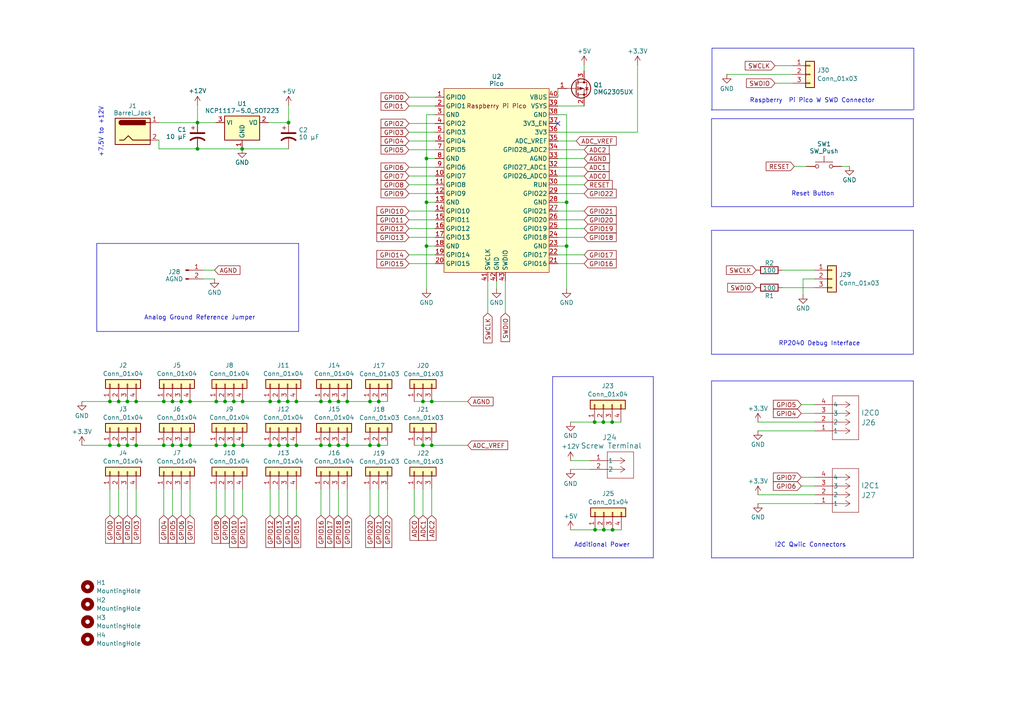
<source format=kicad_sch>
(kicad_sch (version 20231120) (generator "eeschema") (generator_version "8.0")
  (paper "A4")
  (lib_symbols
    (symbol "CONN2_1760510000_WED:1760510000" (pin_names (offset 0.254))
      (property "Reference" "J" (at 8.89 6.35 0))
      (property "Value" "1760510000" (at 0 0 0))
      (symbol "1760510000_1_1"
        (pin unspecified line (at 0 0 0) (length 5.08) (name "1") (number "1"))
        (pin unspecified line (at 0 -2.54 0) (length 5.08) (name "2") (number "2"))
      )
      (symbol "1760510000_1_2"
        (pin unspecified line (at 0 0 0) (length 5.08) (name "1") (number "1"))
        (pin unspecified line (at 0 -2.54 0) (length 5.08) (name "2") (number "2"))
      )
    )
    (symbol "Connector:Barrel_Jack" (pin_names (offset 1.016))
      (property "Reference" "J" (at 0 5.334 0))
      (property "Value" "Barrel_Jack" (at 0 -5.08 0))
      (symbol "Barrel_Jack_1_1"
        (pin passive line (at 7.62 2.54 180) (length 2.54) (name "~") (number "1"))
        (pin passive line (at 7.62 -2.54 180) (length 2.54) (name "~") (number "2"))
      )
    )
    (symbol "Connector:Conn_01x02_Pin" (pin_names (offset 1.016) hide)
      (property "Reference" "J" (at 0 2.54 0))
      (property "Value" "Conn_01x02_Pin" (at 0 -5.08 0))
      (symbol "Conn_01x02_Pin_1_1"
        (pin passive line (at 5.08 0 180) (length 3.81) (name "Pin_1") (number "1"))
        (pin passive line (at 5.08 -2.54 180) (length 3.81) (name "Pin_2") (number "2"))
      )
    )
    (symbol "Connector_Generic:Conn_01x03" (pin_names (offset 1.016) hide)
      (property "Reference" "J" (at 0 5.08 0))
      (property "Value" "Conn_01x03" (at 0 -5.08 0))
      (symbol "Conn_01x03_1_1"
        (pin passive line (at -5.08 2.54 0) (length 3.81) (name "Pin_1") (number "1"))
        (pin passive line (at -5.08 0 0) (length 3.81) (name "Pin_2") (number "2"))
        (pin passive line (at -5.08 -2.54 0) (length 3.81) (name "Pin_3") (number "3"))
      )
    )
    (symbol "Connector_Generic:Conn_01x04" (pin_names (offset 1.016) hide)
      (property "Reference" "J" (at 0 5.08 0))
      (property "Value" "Conn_01x04" (at 0 -7.62 0))
      (symbol "Conn_01x04_1_1"
        (pin passive line (at -5.08 2.54 0) (length 3.81) (name "Pin_1") (number "1"))
        (pin passive line (at -5.08 0 0) (length 3.81) (name "Pin_2") (number "2"))
        (pin passive line (at -5.08 -2.54 0) (length 3.81) (name "Pin_3") (number "3"))
        (pin passive line (at -5.08 -5.08 0) (length 3.81) (name "Pin_4") (number "4"))
      )
    )
    (symbol "Device:C_Polarized_US" (pin_numbers hide) (pin_names (offset 0.254) hide)
      (property "Reference" "C" (at 0.635 2.54 0))
      (property "Value" "C_Polarized_US" (at 0.635 -2.54 0))
      (symbol "C_Polarized_US_1_1"
        (pin passive line (at 0 3.81 270) (length 2.794) (name "~") (number "1"))
        (pin passive line (at 0 -3.81 90) (length 3.302) (name "~") (number "2"))
      )
    )
    (symbol "Device:R" (pin_numbers hide) (pin_names (offset 0))
      (property "Reference" "R" (at 2.032 0 90))
      (property "Value" "R" (at 0 0 90))
      (symbol "R_1_1"
        (pin passive line (at 0 3.81 270) (length 1.27) (name "~") (number "1"))
        (pin passive line (at 0 -3.81 90) (length 1.27) (name "~") (number "2"))
      )
    )
    (symbol "GND_1" (power) (pin_numbers hide) (pin_names (offset 0) hide)
      (property "Value" "GND" (at 0 -3.81 0))
      (symbol "GND_1_1_1"
        (pin power_in line (at 0 0 270) (length 0) (name "~") (number "1"))
      )
    )
    (symbol "MCU_RaspberryPi_and_Boards:Pico"
      (property "Reference" "U" (at -13.97 27.94 0))
      (property "Value" "Pico" (at 0 19.05 0))
      (symbol "Pico_0_0"
        (text "Raspberry Pi Pico" (at 0 21.59 0) (effects (font (size 1.27 1.27))))
      )
      (symbol "Pico_1_1"
        (pin bidirectional line (at -17.78 24.13 0) (length 2.54) (name "GPIO0") (number "1"))
        (pin bidirectional line (at -17.78 1.27 0) (length 2.54) (name "GPIO7") (number "10"))
        (pin bidirectional line (at -17.78 -1.27 0) (length 2.54) (name "GPIO8") (number "11"))
        (pin bidirectional line (at -17.78 -3.81 0) (length 2.54) (name "GPIO9") (number "12"))
        (pin power_in line (at -17.78 -6.35 0) (length 2.54) (name "GND") (number "13"))
        (pin bidirectional line (at -17.78 -8.89 0) (length 2.54) (name "GPIO10") (number "14"))
        (pin bidirectional line (at -17.78 -11.43 0) (length 2.54) (name "GPIO11") (number "15"))
        (pin bidirectional line (at -17.78 -13.97 0) (length 2.54) (name "GPIO12") (number "16"))
        (pin bidirectional line (at -17.78 -16.51 0) (length 2.54) (name "GPIO13") (number "17"))
        (pin power_in line (at -17.78 -19.05 0) (length 2.54) (name "GND") (number "18"))
        (pin bidirectional line (at -17.78 -21.59 0) (length 2.54) (name "GPIO14") (number "19"))
        (pin bidirectional line (at -17.78 21.59 0) (length 2.54) (name "GPIO1") (number "2"))
        (pin bidirectional line (at -17.78 -24.13 0) (length 2.54) (name "GPIO15") (number "20"))
        (pin bidirectional line (at 17.78 -24.13 180) (length 2.54) (name "GPIO16") (number "21"))
        (pin bidirectional line (at 17.78 -21.59 180) (length 2.54) (name "GPIO17") (number "22"))
        (pin power_in line (at 17.78 -19.05 180) (length 2.54) (name "GND") (number "23"))
        (pin bidirectional line (at 17.78 -16.51 180) (length 2.54) (name "GPIO18") (number "24"))
        (pin bidirectional line (at 17.78 -13.97 180) (length 2.54) (name "GPIO19") (number "25"))
        (pin bidirectional line (at 17.78 -11.43 180) (length 2.54) (name "GPIO20") (number "26"))
        (pin bidirectional line (at 17.78 -8.89 180) (length 2.54) (name "GPIO21") (number "27"))
        (pin power_in line (at 17.78 -6.35 180) (length 2.54) (name "GND") (number "28"))
        (pin bidirectional line (at 17.78 -3.81 180) (length 2.54) (name "GPIO22") (number "29"))
        (pin power_in line (at -17.78 19.05 0) (length 2.54) (name "GND") (number "3"))
        (pin input line (at 17.78 -1.27 180) (length 2.54) (name "RUN") (number "30"))
        (pin bidirectional line (at 17.78 1.27 180) (length 2.54) (name "GPIO26_ADC0") (number "31"))
        (pin bidirectional line (at 17.78 3.81 180) (length 2.54) (name "GPIO27_ADC1") (number "32"))
        (pin power_in line (at 17.78 6.35 180) (length 2.54) (name "AGND") (number "33"))
        (pin bidirectional line (at 17.78 8.89 180) (length 2.54) (name "GPIO28_ADC2") (number "34"))
        (pin power_in line (at 17.78 11.43 180) (length 2.54) (name "ADC_VREF") (number "35"))
        (pin power_in line (at 17.78 13.97 180) (length 2.54) (name "3V3") (number "36"))
        (pin input line (at 17.78 16.51 180) (length 2.54) (name "3V3_EN") (number "37"))
        (pin bidirectional line (at 17.78 19.05 180) (length 2.54) (name "GND") (number "38"))
        (pin power_in line (at 17.78 21.59 180) (length 2.54) (name "VSYS") (number "39"))
        (pin bidirectional line (at -17.78 16.51 0) (length 2.54) (name "GPIO2") (number "4"))
        (pin power_in line (at 17.78 24.13 180) (length 2.54) (name "VBUS") (number "40"))
        (pin input line (at -2.54 -29.21 90) (length 2.54) (name "SWCLK") (number "41"))
        (pin power_in line (at 0 -29.21 90) (length 2.54) (name "GND") (number "42"))
        (pin bidirectional line (at 2.54 -29.21 90) (length 2.54) (name "SWDIO") (number "43"))
        (pin bidirectional line (at -17.78 13.97 0) (length 2.54) (name "GPIO3") (number "5"))
        (pin bidirectional line (at -17.78 11.43 0) (length 2.54) (name "GPIO4") (number "6"))
        (pin bidirectional line (at -17.78 8.89 0) (length 2.54) (name "GPIO5") (number "7"))
        (pin power_in line (at -17.78 6.35 0) (length 2.54) (name "GND") (number "8"))
        (pin bidirectional line (at -17.78 3.81 0) (length 2.54) (name "GPIO6") (number "9"))
      )
    )
    (symbol "Mechanical:MountingHole" (pin_names (offset 1.016))
      (property "Reference" "H" (at 0 5.08 0))
      (property "Value" "MountingHole" (at 0 3.175 0))
    )
    (symbol "Regulator_Linear:NCP1117-5.0_SOT223"
      (property "Reference" "U" (at -3.81 3.175 0))
      (property "Value" "NCP1117-5.0_SOT223" (at 0 3.175 0))
      (symbol "NCP1117-5.0_SOT223_1_1"
        (pin power_in line (at 0 -7.62 90) (length 2.54) (name "GND") (number "1"))
        (pin power_out line (at 7.62 0 180) (length 2.54) (name "VO") (number "2"))
        (pin power_in line (at -7.62 0 0) (length 2.54) (name "VI") (number "3"))
      )
    )
    (symbol "SM04B-SRSS-TB:SM04B-SRSS-TB" (pin_names (offset 0.254))
      (property "Reference" "J" (at 8.89 6.35 0))
      (property "Value" "SM04B-SRSS-TB" (at 0 0 0))
      (symbol "SM04B-SRSS-TB_1_1"
        (pin unspecified line (at 0 0 0) (length 5.08) (name "1") (number "1"))
        (pin unspecified line (at 0 -2.54 0) (length 5.08) (name "2") (number "2"))
        (pin unspecified line (at 0 -5.08 0) (length 5.08) (name "3") (number "3"))
        (pin unspecified line (at 0 -7.62 0) (length 5.08) (name "4") (number "4"))
      )
      (symbol "SM04B-SRSS-TB_1_2"
        (pin unspecified line (at 0 0 0) (length 5.08) (name "1") (number "1"))
        (pin unspecified line (at 0 -2.54 0) (length 5.08) (name "2") (number "2"))
        (pin unspecified line (at 0 -5.08 0) (length 5.08) (name "3") (number "3"))
        (pin unspecified line (at 0 -7.62 0) (length 5.08) (name "4") (number "4"))
      )
    )
    (symbol "Switch:SW_Push" (pin_numbers hide) (pin_names (offset 1.016) hide)
      (property "Reference" "SW" (at 1.27 2.54 0))
      (property "Value" "SW_Push" (at 0 -1.524 0))
      (symbol "SW_Push_0_1"
        (pin passive line (at -5.08 0 0) (length 2.54) (name "1") (number "1"))
        (pin passive line (at 5.08 0 180) (length 2.54) (name "2") (number "2"))
      )
    )
    (symbol "Transistor_FET:DMG2301L" (pin_names hide)
      (property "Reference" "Q" (at 5.08 1.905 0))
      (property "Value" "DMG2301L" (at 5.08 0 0))
      (symbol "DMG2301L_1_1"
        (pin input line (at -5.08 0 0) (length 2.54) (name "G") (number "1"))
        (pin passive line (at 2.54 -5.08 90) (length 2.54) (name "S") (number "2"))
        (pin passive line (at 2.54 5.08 270) (length 2.54) (name "D") (number "3"))
      )
    )
    (symbol "power:+12V" (power) (pin_names (offset 0))
      (property "Value" "+12V" (at 0 3.556 0))
      (symbol "+12V_1_1"
        (pin power_in line (at 0 0 90) (length 0) hide (name "+12V") (number "1"))
      )
    )
    (symbol "power:+3.3V" (power) (pin_names (offset 0))
      (property "Value" "+3.3V" (at 0 3.556 0))
      (symbol "+3.3V_1_1"
        (pin power_in line (at 0 0 90) (length 0) hide (name "+3.3V") (number "1"))
      )
    )
    (symbol "power:+5V" (power) (pin_names (offset 0))
      (property "Value" "+5V" (at 0 3.556 0))
      (symbol "+5V_1_1"
        (pin power_in line (at 0 0 90) (length 0) hide (name "+5V") (number "1"))
      )
    )
    (symbol "power:GND" (power) (pin_names (offset 0))
      (property "Value" "GND" (at 0 -3.81 0))
      (symbol "GND_1_1"
        (pin power_in line (at 0 0 270) (length 0) hide (name "GND") (number "1"))
      )
    )
  )
  (junction (at 123.698 45.974))
  (junction (at 98.171 116.459))
  (junction (at 83.439 116.459))
  (junction (at 50.038 129.159))
  (junction (at 93.091 116.459))
  (junction (at 31.877 129.159))
  (junction (at 109.855 129.159))
  (junction (at 164.338 71.374))
  (junction (at 55.118 129.159))
  (junction (at 100.711 116.459))
  (junction (at 109.855 116.459))
  (junction (at 175.006 122.428))
  (junction (at 172.593 153.67))
  (junction (at 39.497 129.159))
  (junction (at 67.818 129.159))
  (junction (at 67.818 116.459))
  (junction (at 125.222 116.459))
  (junction (at 83.693 35.56))
  (junction (at 107.315 116.459))
  (junction (at 107.315 129.159))
  (junction (at 50.038 116.459))
  (junction (at 65.278 116.459))
  (junction (at 172.466 122.428))
  (junction (at 93.091 129.159))
  (junction (at 78.359 116.459))
  (junction (at 70.358 129.159))
  (junction (at 95.631 129.159))
  (junction (at 83.439 129.159))
  (junction (at 34.417 116.459))
  (junction (at 122.682 129.159))
  (junction (at 62.738 129.159))
  (junction (at 100.711 129.159))
  (junction (at 36.957 129.159))
  (junction (at 34.417 129.159))
  (junction (at 78.359 129.159))
  (junction (at 70.358 116.459))
  (junction (at 39.497 116.459))
  (junction (at 175.133 153.67))
  (junction (at 36.957 116.459))
  (junction (at 52.578 129.159))
  (junction (at 80.899 116.459))
  (junction (at 85.979 129.159))
  (junction (at 47.498 129.159))
  (junction (at 177.673 153.67))
  (junction (at 31.877 116.459))
  (junction (at 70.231 43.18))
  (junction (at 80.899 129.159))
  (junction (at 57.277 43.18))
  (junction (at 177.546 122.428))
  (junction (at 98.171 129.159))
  (junction (at 85.979 116.459))
  (junction (at 52.578 116.459))
  (junction (at 57.277 35.56))
  (junction (at 95.631 116.459))
  (junction (at 164.338 58.674))
  (junction (at 125.222 129.159))
  (junction (at 62.738 116.459))
  (junction (at 55.118 116.459))
  (junction (at 123.698 58.674))
  (junction (at 65.278 129.159))
  (junction (at 123.698 71.374))
  (junction (at 47.498 116.459))
  (junction (at 122.682 116.459))
  (no_connect (at 161.798 35.814))
  (wire (pts (xy 93.091 129.159) (xy 95.631 129.159)))
  (wire (pts (xy 78.359 116.459) (xy 80.899 116.459)))
  (wire (pts (xy 125.222 129.159) (xy 135.636 129.159)))
  (polyline (pts (xy 160.274 161.798) (xy 189.484 161.798)))
  (wire (pts (xy 169.418 48.514) (xy 161.798 48.514)))
  (wire (pts (xy 70.358 129.159) (xy 78.359 129.159)))
  (wire (pts (xy 65.278 116.459) (xy 67.818 116.459)))
  (wire (pts (xy 169.418 63.754) (xy 161.798 63.754)))
  (wire (pts (xy 67.818 129.159) (xy 70.358 129.159)))
  (wire (pts (xy 165.481 153.67) (xy 172.593 153.67)))
  (wire (pts (xy 169.418 68.834) (xy 161.798 68.834)))
  (wire (pts (xy 165.481 133.604) (xy 171.069 133.604)))
  (wire (pts (xy 232.41 119.888) (xy 236.347 119.888)))
  (wire (pts (xy 169.418 76.454) (xy 161.798 76.454)))
  (wire (pts (xy 161.798 71.374) (xy 164.338 71.374)))
  (wire (pts (xy 98.171 129.159) (xy 100.711 129.159)))
  (wire (pts (xy 80.899 129.159) (xy 83.439 129.159)))
  (wire (pts (xy 118.618 51.054) (xy 126.238 51.054)))
  (wire (pts (xy 55.118 149.479) (xy 55.118 141.859)))
  (wire (pts (xy 123.698 45.974) (xy 123.698 58.674)))
  (wire (pts (xy 95.631 116.459) (xy 98.171 116.459)))
  (wire (pts (xy 118.618 73.914) (xy 126.238 73.914)))
  (wire (pts (xy 118.618 35.814) (xy 126.238 35.814)))
  (wire (pts (xy 36.957 116.459) (xy 39.497 116.459)))
  (wire (pts (xy 118.618 40.894) (xy 126.238 40.894)))
  (wire (pts (xy 23.749 129.159) (xy 31.877 129.159)))
  (wire (pts (xy 161.798 33.274) (xy 164.338 33.274)))
  (wire (pts (xy 219.837 146.05) (xy 236.347 146.05)))
  (polyline (pts (xy 265.049 31.877) (xy 265.049 13.97)))
  (wire (pts (xy 107.315 129.159) (xy 109.855 129.159)))
  (wire (pts (xy 118.618 56.134) (xy 126.238 56.134)))
  (wire (pts (xy 169.418 73.914) (xy 161.798 73.914)))
  (wire (pts (xy 126.238 71.374) (xy 123.698 71.374)))
  (wire (pts (xy 57.277 43.18) (xy 70.231 43.18)))
  (polyline (pts (xy 206.502 13.97) (xy 265.049 13.97)))
  (wire (pts (xy 83.693 30.48) (xy 83.693 35.56)))
  (wire (pts (xy 169.418 18.796) (xy 169.418 20.574)))
  (wire (pts (xy 224.79 19.05) (xy 229.87 19.05)))
  (wire (pts (xy 232.918 80.899) (xy 232.918 85.471)))
  (wire (pts (xy 62.738 149.479) (xy 62.738 141.859)))
  (wire (pts (xy 52.578 129.159) (xy 55.118 129.159)))
  (wire (pts (xy 109.855 149.479) (xy 109.855 141.859)))
  (wire (pts (xy 118.618 53.594) (xy 126.238 53.594)))
  (wire (pts (xy 210.82 21.59) (xy 229.87 21.59)))
  (polyline (pts (xy 160.274 109.22) (xy 160.274 161.798)))
  (wire (pts (xy 55.118 116.459) (xy 62.738 116.459)))
  (polyline (pts (xy 160.274 109.22) (xy 189.484 109.22)))
  (wire (pts (xy 118.618 68.834) (xy 126.238 68.834)))
  (wire (pts (xy 219.837 143.51) (xy 236.347 143.51)))
  (wire (pts (xy 118.618 63.754) (xy 126.238 63.754)))
  (wire (pts (xy 85.979 149.479) (xy 85.979 141.859)))
  (wire (pts (xy 58.928 80.899) (xy 62.23 80.899)))
  (wire (pts (xy 70.358 149.479) (xy 70.358 141.859)))
  (wire (pts (xy 125.222 149.479) (xy 125.222 141.859)))
  (wire (pts (xy 161.798 58.674) (xy 164.338 58.674)))
  (wire (pts (xy 175.133 153.67) (xy 177.673 153.67)))
  (wire (pts (xy 70.231 43.18) (xy 83.693 43.18)))
  (wire (pts (xy 118.618 28.194) (xy 126.238 28.194)))
  (wire (pts (xy 161.798 30.734) (xy 169.418 30.734)))
  (wire (pts (xy 31.877 116.459) (xy 34.417 116.459)))
  (wire (pts (xy 219.837 124.968) (xy 236.347 124.968)))
  (wire (pts (xy 109.855 116.459) (xy 112.395 116.459)))
  (wire (pts (xy 184.912 18.796) (xy 184.912 38.354)))
  (wire (pts (xy 52.578 116.459) (xy 55.118 116.459)))
  (wire (pts (xy 107.315 116.459) (xy 109.855 116.459)))
  (wire (pts (xy 62.738 116.459) (xy 65.278 116.459)))
  (wire (pts (xy 98.171 116.459) (xy 100.711 116.459)))
  (polyline (pts (xy 206.375 66.802) (xy 206.375 102.743)))
  (wire (pts (xy 146.558 81.534) (xy 146.558 90.805)))
  (wire (pts (xy 70.358 116.459) (xy 78.359 116.459)))
  (wire (pts (xy 123.698 71.374) (xy 123.698 83.82)))
  (wire (pts (xy 98.171 149.479) (xy 98.171 141.859)))
  (wire (pts (xy 109.855 129.159) (xy 112.395 129.159)))
  (wire (pts (xy 144.018 81.534) (xy 144.018 83.82)))
  (polyline (pts (xy 206.375 59.944) (xy 264.922 59.944)))
  (polyline (pts (xy 189.484 161.798) (xy 189.484 109.22)))
  (wire (pts (xy 65.278 129.159) (xy 67.818 129.159)))
  (wire (pts (xy 47.498 116.459) (xy 50.038 116.459)))
  (wire (pts (xy 58.928 78.359) (xy 62.23 78.359)))
  (wire (pts (xy 118.618 66.294) (xy 126.238 66.294)))
  (wire (pts (xy 50.038 129.159) (xy 52.578 129.159)))
  (wire (pts (xy 164.338 71.374) (xy 164.338 83.82)))
  (wire (pts (xy 39.497 116.459) (xy 47.498 116.459)))
  (wire (pts (xy 123.698 45.974) (xy 126.238 45.974)))
  (polyline (pts (xy 206.375 110.49) (xy 264.922 110.49)))
  (wire (pts (xy 161.798 53.594) (xy 169.418 53.594)))
  (wire (pts (xy 118.618 61.214) (xy 126.238 61.214)))
  (wire (pts (xy 236.22 83.439) (xy 226.949 83.439)))
  (wire (pts (xy 177.673 153.67) (xy 180.213 153.67)))
  (wire (pts (xy 34.417 149.479) (xy 34.417 141.859)))
  (wire (pts (xy 236.22 78.359) (xy 226.949 78.359)))
  (wire (pts (xy 120.142 116.459) (xy 122.682 116.459)))
  (wire (pts (xy 50.038 149.479) (xy 50.038 141.859)))
  (wire (pts (xy 78.359 149.479) (xy 78.359 141.859)))
  (wire (pts (xy 55.118 129.159) (xy 62.738 129.159)))
  (wire (pts (xy 165.481 122.428) (xy 172.466 122.428)))
  (wire (pts (xy 122.682 129.159) (xy 125.222 129.159)))
  (polyline (pts (xy 264.922 59.944) (xy 264.922 34.417)))
  (wire (pts (xy 57.277 43.18) (xy 46.101 43.18)))
  (wire (pts (xy 36.957 129.159) (xy 39.497 129.159)))
  (wire (pts (xy 47.498 129.159) (xy 50.038 129.159)))
  (wire (pts (xy 118.618 43.434) (xy 126.238 43.434)))
  (wire (pts (xy 232.918 80.899) (xy 236.22 80.899)))
  (wire (pts (xy 34.417 116.459) (xy 36.957 116.459)))
  (polyline (pts (xy 264.922 161.798) (xy 264.922 110.49)))
  (wire (pts (xy 112.395 149.479) (xy 112.395 141.859)))
  (wire (pts (xy 125.222 116.459) (xy 135.636 116.459)))
  (wire (pts (xy 57.277 35.56) (xy 62.611 35.56)))
  (wire (pts (xy 77.851 35.56) (xy 83.693 35.56)))
  (wire (pts (xy 175.006 122.428) (xy 177.546 122.428)))
  (wire (pts (xy 23.749 116.459) (xy 31.877 116.459)))
  (wire (pts (xy 100.711 149.479) (xy 100.711 141.859)))
  (wire (pts (xy 169.418 43.434) (xy 161.798 43.434)))
  (wire (pts (xy 47.498 149.479) (xy 47.498 141.859)))
  (wire (pts (xy 65.278 149.479) (xy 65.278 141.859)))
  (wire (pts (xy 169.418 56.134) (xy 161.798 56.134)))
  (polyline (pts (xy 28.067 70.612) (xy 28.067 96.139)))
  (wire (pts (xy 177.546 122.428) (xy 180.086 122.428)))
  (wire (pts (xy 161.798 25.654) (xy 161.798 28.194)))
  (wire (pts (xy 122.682 116.459) (xy 125.222 116.459)))
  (wire (pts (xy 232.41 138.43) (xy 236.347 138.43)))
  (polyline (pts (xy 206.248 31.877) (xy 264.795 31.877)))
  (wire (pts (xy 118.618 30.734) (xy 126.238 30.734)))
  (wire (pts (xy 164.338 58.674) (xy 164.338 71.374)))
  (wire (pts (xy 85.979 129.159) (xy 93.091 129.159)))
  (wire (pts (xy 31.877 129.159) (xy 34.417 129.159)))
  (wire (pts (xy 85.979 116.459) (xy 93.091 116.459)))
  (wire (pts (xy 219.837 122.428) (xy 236.347 122.428)))
  (wire (pts (xy 120.142 129.159) (xy 122.682 129.159)))
  (wire (pts (xy 122.682 149.479) (xy 122.682 141.859)))
  (wire (pts (xy 83.439 149.479) (xy 83.439 141.859)))
  (wire (pts (xy 141.478 81.534) (xy 141.478 90.805)))
  (wire (pts (xy 34.417 129.159) (xy 36.957 129.159)))
  (wire (pts (xy 165.481 136.144) (xy 171.069 136.144)))
  (wire (pts (xy 161.798 45.974) (xy 169.418 45.974)))
  (wire (pts (xy 232.41 117.348) (xy 236.347 117.348)))
  (polyline (pts (xy 206.502 13.97) (xy 206.502 31.877)))
  (wire (pts (xy 31.877 149.479) (xy 31.877 141.859)))
  (wire (pts (xy 67.818 149.479) (xy 67.818 141.859)))
  (wire (pts (xy 36.957 149.479) (xy 36.957 141.859)))
  (polyline (pts (xy 28.067 96.139) (xy 86.614 96.139)))
  (wire (pts (xy 62.738 129.159) (xy 65.278 129.159)))
  (wire (pts (xy 172.466 122.428) (xy 175.006 122.428)))
  (wire (pts (xy 52.578 149.479) (xy 52.578 141.859)))
  (wire (pts (xy 118.618 48.514) (xy 126.238 48.514)))
  (wire (pts (xy 123.698 33.274) (xy 123.698 45.974)))
  (wire (pts (xy 46.101 35.56) (xy 57.277 35.56)))
  (wire (pts (xy 120.142 149.479) (xy 120.142 141.859)))
  (wire (pts (xy 67.818 116.459) (xy 70.358 116.459)))
  (wire (pts (xy 172.593 153.67) (xy 175.133 153.67)))
  (wire (pts (xy 80.899 149.479) (xy 80.899 141.859)))
  (wire (pts (xy 107.315 149.479) (xy 107.315 141.859)))
  (wire (pts (xy 80.899 116.459) (xy 83.439 116.459)))
  (wire (pts (xy 100.711 116.459) (xy 107.315 116.459)))
  (polyline (pts (xy 206.375 110.49) (xy 206.375 161.798)))
  (wire (pts (xy 39.497 149.479) (xy 39.497 141.859)))
  (wire (pts (xy 118.618 38.354) (xy 126.238 38.354)))
  (polyline (pts (xy 206.375 34.417) (xy 206.375 59.944)))
  (wire (pts (xy 169.418 66.294) (xy 161.798 66.294)))
  (wire (pts (xy 83.439 116.459) (xy 85.979 116.459)))
  (wire (pts (xy 118.618 76.454) (xy 126.238 76.454)))
  (wire (pts (xy 100.711 129.159) (xy 107.315 129.159)))
  (wire (pts (xy 95.631 129.159) (xy 98.171 129.159)))
  (wire (pts (xy 46.101 43.18) (xy 46.101 40.64)))
  (wire (pts (xy 95.631 149.479) (xy 95.631 141.859)))
  (polyline (pts (xy 206.375 34.417) (xy 264.922 34.417)))
  (wire (pts (xy 164.338 33.274) (xy 164.338 58.674)))
  (wire (pts (xy 244.094 48.26) (xy 246.38 48.26)))
  (polyline (pts (xy 206.375 102.743) (xy 264.922 102.743)))
  (wire (pts (xy 169.418 61.214) (xy 161.798 61.214)))
  (wire (pts (xy 161.798 38.354) (xy 184.912 38.354)))
  (wire (pts (xy 57.277 30.48) (xy 57.277 35.56)))
  (wire (pts (xy 78.359 129.159) (xy 80.899 129.159)))
  (wire (pts (xy 126.238 58.674) (xy 123.698 58.674)))
  (polyline (pts (xy 264.922 102.743) (xy 264.922 66.802)))
  (wire (pts (xy 232.41 140.97) (xy 236.347 140.97)))
  (polyline (pts (xy 206.375 161.798) (xy 264.922 161.798)))
  (wire (pts (xy 161.798 40.894) (xy 167.132 40.894)))
  (wire (pts (xy 50.038 116.459) (xy 52.578 116.459)))
  (wire (pts (xy 123.698 58.674) (xy 123.698 71.374)))
  (wire (pts (xy 224.79 24.13) (xy 229.87 24.13)))
  (wire (pts (xy 83.439 129.159) (xy 85.979 129.159)))
  (wire (pts (xy 169.418 51.054) (xy 161.798 51.054)))
  (polyline (pts (xy 86.614 96.139) (xy 86.614 70.612)))
  (polyline (pts (xy 206.375 66.802) (xy 264.922 66.802)))
  (wire (pts (xy 230.378 48.26) (xy 233.934 48.26)))
  (polyline (pts (xy 28.067 70.612) (xy 86.614 70.612)))
  (wire (pts (xy 126.238 33.274) (xy 123.698 33.274)))
  (wire (pts (xy 93.091 149.479) (xy 93.091 141.859)))
  (wire (pts (xy 93.091 116.459) (xy 95.631 116.459)))
  (wire (pts (xy 39.497 129.159) (xy 47.498 129.159)))
  (text "I2C Qwiic Connectors" (at 224.663 158.877 0) (effects (font (size 1.27 1.27)) (justify left bottom)))
  (text "Reset Button" (at 229.489 57.023 0) (effects (font (size 1.27 1.27)) (justify left bottom)))
  (text "Additional Power" (at 166.497 158.877 0) (effects (font (size 1.27 1.27)) (justify left bottom)))
  (text "+7.5V to +12V" (at 30.099 45.72 90) (effects (font (size 1.27 1.27)) (justify left bottom)))
  (text "RP2040 Debug Interface" (at 225.806 100.457 0) (effects (font (size 1.27 1.27)) (justify left bottom)))
  (text "Analog Ground Reference Jumper" (at 41.783 92.964 0) (effects (font (size 1.27 1.27)) (justify left bottom)))
  (text "Raspberry  Pi Pico W SWD Connector" (at 217.424 29.972 0) (effects (font (size 1.27 1.27)) (justify left bottom)))
  (global_label "GPIO0" (shape input) (at 31.877 149.479 270) (property "Intersheetrefs" "${INTERSHEET_REFS}" (effects (hide yes))))
  (global_label "GPIO5" (shape input) (at 50.038 149.479 270) (property "Intersheetrefs" "${INTERSHEET_REFS}" (effects (hide yes))))
  (global_label "GPIO13" (shape input) (at 118.618 68.834 180) (property "Intersheetrefs" "${INTERSHEET_REFS}" (effects (hide yes))))
  (global_label "AGND" (shape input) (at 135.636 116.459 0) (property "Intersheetrefs" "${INTERSHEET_REFS}" (effects (hide yes))))
  (global_label "GPIO8" (shape input) (at 62.738 149.479 270) (property "Intersheetrefs" "${INTERSHEET_REFS}" (effects (hide yes))))
  (global_label "GPIO14" (shape input) (at 118.618 73.914 180) (property "Intersheetrefs" "${INTERSHEET_REFS}" (effects (hide yes))))
  (global_label "ADC1" (shape input) (at 122.682 149.479 270) (property "Intersheetrefs" "${INTERSHEET_REFS}" (effects (hide yes))))
  (global_label "GPIO15" (shape input) (at 118.618 76.454 180) (property "Intersheetrefs" "${INTERSHEET_REFS}" (effects (hide yes))))
  (global_label "SWCLK" (shape input) (at 141.478 90.805 270) (property "Intersheetrefs" "${INTERSHEET_REFS}" (effects (hide yes))))
  (global_label "GPIO6" (shape input) (at 232.41 140.97 180) (property "Intersheetrefs" "${INTERSHEET_REFS}" (effects (hide yes))))
  (global_label "SWDIO" (shape input) (at 224.79 24.13 180) (property "Intersheetrefs" "${INTERSHEET_REFS}" (effects (hide yes))))
  (global_label "GPIO2" (shape input) (at 118.618 35.814 180) (property "Intersheetrefs" "${INTERSHEET_REFS}" (effects (hide yes))))
  (global_label "GPIO19" (shape input) (at 100.711 149.479 270) (property "Intersheetrefs" "${INTERSHEET_REFS}" (effects (hide yes))))
  (global_label "GPIO17" (shape input) (at 95.631 149.479 270) (property "Intersheetrefs" "${INTERSHEET_REFS}" (effects (hide yes))))
  (global_label "GPIO5" (shape input) (at 118.618 43.434 180) (property "Intersheetrefs" "${INTERSHEET_REFS}" (effects (hide yes))))
  (global_label "ADC0" (shape input) (at 120.142 149.479 270) (property "Intersheetrefs" "${INTERSHEET_REFS}" (effects (hide yes))))
  (global_label "ADC_VREF" (shape input) (at 167.132 40.894 0) (property "Intersheetrefs" "${INTERSHEET_REFS}" (effects (hide yes))))
  (global_label "ADC_VREF" (shape input) (at 135.636 129.159 0) (property "Intersheetrefs" "${INTERSHEET_REFS}" (effects (hide yes))))
  (global_label "SWDIO" (shape input) (at 219.329 83.439 180) (property "Intersheetrefs" "${INTERSHEET_REFS}" (effects (hide yes))))
  (global_label "GPIO3" (shape input) (at 39.497 149.479 270) (property "Intersheetrefs" "${INTERSHEET_REFS}" (effects (hide yes))))
  (global_label "GPIO15" (shape input) (at 85.979 149.479 270) (property "Intersheetrefs" "${INTERSHEET_REFS}" (effects (hide yes))))
  (global_label "GPIO9" (shape input) (at 118.618 56.134 180) (property "Intersheetrefs" "${INTERSHEET_REFS}" (effects (hide yes))))
  (global_label "GPIO10" (shape input) (at 67.818 149.479 270) (property "Intersheetrefs" "${INTERSHEET_REFS}" (effects (hide yes))))
  (global_label "GPIO4" (shape input) (at 118.618 40.894 180) (property "Intersheetrefs" "${INTERSHEET_REFS}" (effects (hide yes))))
  (global_label "ADC2" (shape input) (at 125.222 149.479 270) (property "Intersheetrefs" "${INTERSHEET_REFS}" (effects (hide yes))))
  (global_label "GPIO22" (shape input) (at 169.418 56.134 0) (property "Intersheetrefs" "${INTERSHEET_REFS}" (effects (hide yes))))
  (global_label "ADC1" (shape input) (at 169.418 48.514 0) (property "Intersheetrefs" "${INTERSHEET_REFS}" (effects (hide yes))))
  (global_label "GPIO18" (shape input) (at 169.418 68.834 0) (property "Intersheetrefs" "${INTERSHEET_REFS}" (effects (hide yes))))
  (global_label "GPIO1" (shape input) (at 118.618 30.734 180) (property "Intersheetrefs" "${INTERSHEET_REFS}" (effects (hide yes))))
  (global_label "SWCLK" (shape input) (at 224.79 19.05 180) (property "Intersheetrefs" "${INTERSHEET_REFS}" (effects (hide yes))))
  (global_label "GPIO9" (shape input) (at 65.278 149.479 270) (property "Intersheetrefs" "${INTERSHEET_REFS}" (effects (hide yes))))
  (global_label "ADC0" (shape input) (at 169.418 51.054 0) (property "Intersheetrefs" "${INTERSHEET_REFS}" (effects (hide yes))))
  (global_label "GPIO2" (shape input) (at 36.957 149.479 270) (property "Intersheetrefs" "${INTERSHEET_REFS}" (effects (hide yes))))
  (global_label "GPIO7" (shape input) (at 118.618 51.054 180) (property "Intersheetrefs" "${INTERSHEET_REFS}" (effects (hide yes))))
  (global_label "GPIO0" (shape input) (at 118.618 28.194 180) (property "Intersheetrefs" "${INTERSHEET_REFS}" (effects (hide yes))))
  (global_label "GPIO3" (shape input) (at 118.618 38.354 180) (property "Intersheetrefs" "${INTERSHEET_REFS}" (effects (hide yes))))
  (global_label "GPIO17" (shape input) (at 169.418 73.914 0) (property "Intersheetrefs" "${INTERSHEET_REFS}" (effects (hide yes))))
  (global_label "GPIO16" (shape input) (at 169.418 76.454 0) (property "Intersheetrefs" "${INTERSHEET_REFS}" (effects (hide yes))))
  (global_label "GPIO7" (shape input) (at 232.41 138.43 180) (property "Intersheetrefs" "${INTERSHEET_REFS}" (effects (hide yes))))
  (global_label "GPIO19" (shape input) (at 169.418 66.294 0) (property "Intersheetrefs" "${INTERSHEET_REFS}" (effects (hide yes))))
  (global_label "GPIO22" (shape input) (at 112.395 149.479 270) (property "Intersheetrefs" "${INTERSHEET_REFS}" (effects (hide yes))))
  (global_label "GPIO4" (shape input) (at 47.498 149.479 270) (property "Intersheetrefs" "${INTERSHEET_REFS}" (effects (hide yes))))
  (global_label "GPIO11" (shape input) (at 118.618 63.754 180) (property "Intersheetrefs" "${INTERSHEET_REFS}" (effects (hide yes))))
  (global_label "GPIO21" (shape input) (at 169.418 61.214 0) (property "Intersheetrefs" "${INTERSHEET_REFS}" (effects (hide yes))))
  (global_label "AGND" (shape input) (at 62.23 78.359 0) (property "Intersheetrefs" "${INTERSHEET_REFS}" (effects (hide yes))))
  (global_label "GPIO20" (shape input) (at 107.315 149.479 270) (property "Intersheetrefs" "${INTERSHEET_REFS}" (effects (hide yes))))
  (global_label "GPIO21" (shape input) (at 109.855 149.479 270) (property "Intersheetrefs" "${INTERSHEET_REFS}" (effects (hide yes))))
  (global_label "GPIO7" (shape input) (at 55.118 149.479 270) (property "Intersheetrefs" "${INTERSHEET_REFS}" (effects (hide yes))))
  (global_label "GPIO13" (shape input) (at 80.899 149.479 270) (property "Intersheetrefs" "${INTERSHEET_REFS}" (effects (hide yes))))
  (global_label "GPIO8" (shape input) (at 118.618 53.594 180) (property "Intersheetrefs" "${INTERSHEET_REFS}" (effects (hide yes))))
  (global_label "GPIO20" (shape input) (at 169.418 63.754 0) (property "Intersheetrefs" "${INTERSHEET_REFS}" (effects (hide yes))))
  (global_label "RESET" (shape input) (at 169.418 53.594 0) (property "Intersheetrefs" "${INTERSHEET_REFS}" (effects (hide yes))))
  (global_label "GPIO14" (shape input) (at 83.439 149.479 270) (property "Intersheetrefs" "${INTERSHEET_REFS}" (effects (hide yes))))
  (global_label "AGND" (shape input) (at 169.418 45.974 0) (property "Intersheetrefs" "${INTERSHEET_REFS}" (effects (hide yes))))
  (global_label "GPIO12" (shape input) (at 78.359 149.479 270) (property "Intersheetrefs" "${INTERSHEET_REFS}" (effects (hide yes))))
  (global_label "GPIO18" (shape input) (at 98.171 149.479 270) (property "Intersheetrefs" "${INTERSHEET_REFS}" (effects (hide yes))))
  (global_label "GPIO10" (shape input) (at 118.618 61.214 180) (property "Intersheetrefs" "${INTERSHEET_REFS}" (effects (hide yes))))
  (global_label "SWDIO" (shape input) (at 146.558 90.805 270) (property "Intersheetrefs" "${INTERSHEET_REFS}" (effects (hide yes))))
  (global_label "GPIO5" (shape input) (at 232.41 117.348 180) (property "Intersheetrefs" "${INTERSHEET_REFS}" (effects (hide yes))))
  (global_label "GPIO11" (shape input) (at 70.358 149.479 270) (property "Intersheetrefs" "${INTERSHEET_REFS}" (effects (hide yes))))
  (global_label "GPIO1" (shape input) (at 34.417 149.479 270) (property "Intersheetrefs" "${INTERSHEET_REFS}" (effects (hide yes))))
  (global_label "GPIO6" (shape input) (at 52.578 149.479 270) (property "Intersheetrefs" "${INTERSHEET_REFS}" (effects (hide yes))))
  (global_label "GPIO6" (shape input) (at 118.618 48.514 180) (property "Intersheetrefs" "${INTERSHEET_REFS}" (effects (hide yes))))
  (global_label "GPIO16" (shape input) (at 93.091 149.479 270) (property "Intersheetrefs" "${INTERSHEET_REFS}" (effects (hide yes))))
  (global_label "GPIO4" (shape input) (at 232.41 119.888 180) (property "Intersheetrefs" "${INTERSHEET_REFS}" (effects (hide yes))))
  (global_label "SWCLK" (shape input) (at 219.329 78.359 180) (property "Intersheetrefs" "${INTERSHEET_REFS}" (effects (hide yes))))
  (global_label "GPIO12" (shape input) (at 118.618 66.294 180) (property "Intersheetrefs" "${INTERSHEET_REFS}" (effects (hide yes))))
  (global_label "RESET" (shape input) (at 230.378 48.26 180) (property "Intersheetrefs" "${INTERSHEET_REFS}" (effects (hide yes))))
  (global_label "ADC2" (shape input) (at 169.418 43.434 0) (property "Intersheetrefs" "${INTERSHEET_REFS}" (effects (hide yes))))
  (symbol (lib_id "Transistor_FET:DMG2301L") (at 166.878 25.654 0) (unit 1)
    (property "Reference" "Q1" (at 172.085 24.63 0) (effects (justify left)))
    (property "Value" "DMG2305UX" (at 172.085 26.678 0) (effects (justify left)))
    (property "Footprint" "Package_TO_SOT_SMD:SOT-23" (effects (hide yes)))
    (property "Datasheet" "https://www.diodes.com/assets/Datasheets/DMG2305UX.pdf" (effects (hide yes)))
  )
  (symbol (lib_id "power:GND") (at 219.837 146.05 0) (unit 1)
    (property "Reference" "#PWR017" (effects (hide yes)))
    (property "Value" "GND" (at 219.837 149.995 0))
  )
  (symbol (lib_id "power:GND") (at 246.38 48.26 0) (unit 1)
    (property "Reference" "#PWR018" (effects (hide yes)))
    (property "Value" "GND" (at 246.38 52.205 0))
  )
  (symbol (lib_id "Mechanical:MountingHole") (at 25.4 175.26 0) (unit 1)
    (property "Reference" "H2" (at 27.94 174.0478 0) (effects (justify left)))
    (property "Value" "MountingHole" (at 27.94 176.4721 0) (effects (justify left)))
    (property "Footprint" "MountingHole:MountingHole_3.2mm_M3_ISO7380_Pad" (effects (hide yes)))
    (property "Description" "Mounting Hole without connection" (effects (hide yes)))
  )
  (symbol (lib_id "Connector_Generic:Conn_01x04") (at 65.278 124.079 90) (unit 1)
    (property "Reference" "J9" (at 66.548 118.6647 90))
    (property "Value" "Conn_01x04" (at 66.548 121.0889 90))
    (property "Footprint" "Connector_PinHeader_2.54mm:PinHeader_1x04_P2.54mm_Vertical" (effects (hide yes)))
  )
  (symbol (lib_id "MCU_RaspberryPi_and_Boards:Pico") (at 144.018 52.324 0) (unit 1)
    (property "Reference" "U2" (at 144.018 22.201 0))
    (property "Value" "Pico" (at 144.018 24.249 0))
    (property "Footprint" "MCU_RaspberryPi_and_Boards:RPi_Pico_SMD_TH" (effects (hide yes)))
  )
  (symbol (lib_id "Connector_Generic:Conn_01x04") (at 50.038 136.779 90) (unit 1)
    (property "Reference" "J7" (at 51.308 131.3647 90))
    (property "Value" "Conn_01x04" (at 51.308 133.7889 90))
    (property "Footprint" "Connector_PinHeader_2.54mm:PinHeader_1x04_P2.54mm_Vertical" (effects (hide yes)))
  )
  (symbol (lib_id "power:GND") (at 165.481 122.428 0) (unit 1)
    (property "Reference" "#PWR09" (effects (hide yes)))
    (property "Value" "GND" (at 165.481 126.373 0))
  )
  (symbol (lib_id "Connector_Generic:Conn_01x04") (at 95.631 124.079 90) (unit 1)
    (property "Reference" "J15" (at 96.901 118.6647 90))
    (property "Value" "Conn_01x04" (at 96.901 121.0889 90))
    (property "Footprint" "Connector_PinHeader_2.54mm:PinHeader_1x04_P2.54mm_Vertical" (effects (hide yes)))
  )
  (symbol (lib_id "Connector_Generic:Conn_01x04") (at 95.631 136.779 90) (unit 1)
    (property "Reference" "J16" (at 96.901 131.3647 90))
    (property "Value" "Conn_01x04" (at 96.901 133.7889 90))
    (property "Footprint" "Connector_PinHeader_2.54mm:PinHeader_1x04_P2.54mm_Vertical" (effects (hide yes)))
  )
  (symbol (lib_id "Connector_Generic:Conn_01x03") (at 109.855 136.779 90) (unit 1)
    (property "Reference" "J19" (at 108.077 131.445 90) (effects (justify right)))
    (property "Value" "Conn_01x03" (at 104.14 133.858 90) (effects (justify right)))
    (property "Footprint" "Connector_PinHeader_2.54mm:PinHeader_1x03_P2.54mm_Vertical" (effects (hide yes)))
  )
  (symbol (lib_id "power:GND") (at 165.481 136.144 0) (unit 1)
    (property "Reference" "#PWR010" (effects (hide yes)))
    (property "Value" "GND" (at 165.481 140.2771 0))
  )
  (symbol (lib_id "power:+5V") (at 169.418 18.796 0) (unit 1)
    (property "Reference" "#PWR012" (effects (hide yes)))
    (property "Value" "+5V" (at 169.418 14.851 0))
  )
  (symbol (lib_id "Connector_Generic:Conn_01x04") (at 34.417 111.379 90) (unit 1)
    (property "Reference" "J2" (at 35.687 105.9647 90))
    (property "Value" "Conn_01x04" (at 35.687 108.3889 90))
    (property "Footprint" "Connector_PinHeader_2.54mm:PinHeader_1x04_P2.54mm_Vertical" (effects (hide yes)))
  )
  (symbol (lib_id "power:+3.3V") (at 219.837 143.51 0) (unit 1)
    (property "Reference" "#PWR016" (effects (hide yes)))
    (property "Value" "+3.3V" (at 219.837 139.565 0))
  )
  (symbol (lib_id "power:GND") (at 70.231 43.18 0) (unit 1)
    (property "Reference" "#PWR04" (effects (hide yes)))
    (property "Value" "GND" (at 70.231 47.125 0))
  )
  (symbol (lib_id "power:GND") (at 123.698 83.82 0) (mirror y) (unit 1)
    (property "Reference" "#PWR06" (effects (hide yes)))
    (property "Value" "GND" (at 123.698 87.765 0))
  )
  (symbol (lib_id "power:+3.3V") (at 219.837 122.428 0) (unit 1)
    (property "Reference" "#PWR014" (effects (hide yes)))
    (property "Value" "+3.3V" (at 219.837 118.483 0))
  )
  (symbol (lib_id "Connector_Generic:Conn_01x04") (at 50.038 111.379 90) (unit 1)
    (property "Reference" "J5" (at 51.308 105.9647 90))
    (property "Value" "Conn_01x04" (at 51.308 108.3889 90))
    (property "Footprint" "Connector_PinHeader_2.54mm:PinHeader_1x04_P2.54mm_Vertical" (effects (hide yes)))
  )
  (symbol (lib_id "Connector_Generic:Conn_01x04") (at 80.899 136.779 90) (unit 1)
    (property "Reference" "J13" (at 82.169 131.3647 90))
    (property "Value" "Conn_01x04" (at 82.169 133.7889 90))
    (property "Footprint" "Connector_PinHeader_2.54mm:PinHeader_1x04_P2.54mm_Vertical" (effects (hide yes)))
  )
  (symbol (lib_id "Connector_Generic:Conn_01x04") (at 34.417 136.779 90) (unit 1)
    (property "Reference" "J4" (at 35.687 131.3647 90))
    (property "Value" "Conn_01x04" (at 35.687 133.7889 90))
    (property "Footprint" "Connector_PinHeader_2.54mm:PinHeader_1x04_P2.54mm_Vertical" (effects (hide yes)))
  )
  (symbol (lib_id "power:+3.3V") (at 23.749 129.159 0) (unit 1)
    (property "Reference" "#PWR02" (effects (hide yes)))
    (property "Value" "+3.3V" (at 23.749 125.214 0))
  )
  (symbol (lib_id "power:GND") (at 23.749 116.459 0) (unit 1)
    (property "Reference" "#PWR01" (effects (hide yes)))
    (property "Value" "GND" (at 23.749 120.5921 0))
  )
  (symbol (lib_id "power:GND") (at 232.918 85.471 0) (unit 1)
    (property "Reference" "#PWR019" (effects (hide yes)))
    (property "Value" "GND" (at 232.918 89.416 0))
  )
  (symbol (lib_id "SM04B-SRSS-TB:SM04B-SRSS-TB") (at 236.347 124.968 0) (mirror x) (unit 1)
    (property "Reference" "J26" (at 249.7455 122.5744 0) (effects (font (size 1.524 1.524)) (justify left)))
    (property "Value" "I2C0" (at 249.7455 119.7416 0) (effects (font (size 1.524 1.524)) (justify left)))
    (property "Footprint" "SM04B-SRSS-TB:CONN_SM04B-SRSS-TB_JST" (effects (hide yes)))
    (property "Datasheet" "SM04B-SRSS-TB" (effects (hide yes)))
  )
  (symbol (lib_id "Connector_Generic:Conn_01x04") (at 175.006 117.348 90) (unit 1)
    (property "Reference" "J23" (at 176.276 111.9337 90))
    (property "Value" "Conn_01x04" (at 176.276 114.3579 90))
    (property "Footprint" "Connector_PinHeader_2.54mm:PinHeader_1x04_P2.54mm_Vertical" (effects (hide yes)))
  )
  (symbol (lib_id "Mechanical:MountingHole") (at 25.4 180.34 0) (unit 1)
    (property "Reference" "H3" (at 27.94 179.1278 0) (effects (justify left)))
    (property "Value" "MountingHole" (at 27.94 181.5521 0) (effects (justify left)))
    (property "Footprint" "MountingHole:MountingHole_3.2mm_M3_ISO7380_Pad" (effects (hide yes)))
    (property "Description" "Mounting Hole without connection" (effects (hide yes)))
  )
  (symbol (lib_id "SM04B-SRSS-TB:SM04B-SRSS-TB") (at 236.347 146.05 0) (mirror x) (unit 1)
    (property "Reference" "J27" (at 249.7455 143.6564 0) (effects (font (size 1.524 1.524)) (justify left)))
    (property "Value" "I2C1" (at 249.7455 140.8236 0) (effects (font (size 1.524 1.524)) (justify left)))
    (property "Footprint" "SM04B-SRSS-TB:CONN_SM04B-SRSS-TB_JST" (effects (hide yes)))
    (property "Datasheet" "SM04B-SRSS-TB" (effects (hide yes)))
  )
  (symbol (lib_id "Connector_Generic:Conn_01x03") (at 109.855 124.079 90) (unit 1)
    (property "Reference" "J18" (at 108.077 118.745 90) (effects (justify right)))
    (property "Value" "Conn_01x03" (at 104.14 121.158 90) (effects (justify right)))
    (property "Footprint" "Connector_PinHeader_2.54mm:PinHeader_1x03_P2.54mm_Vertical" (effects (hide yes)))
  )
  (symbol (lib_id "Connector_Generic:Conn_01x04") (at 80.899 111.379 90) (unit 1)
    (property "Reference" "J11" (at 82.169 105.9647 90))
    (property "Value" "Conn_01x04" (at 82.169 108.3889 90))
    (property "Footprint" "Connector_PinHeader_2.54mm:PinHeader_1x04_P2.54mm_Vertical" (effects (hide yes)))
  )
  (symbol (lib_id "Connector:Conn_01x02_Pin") (at 53.848 78.359 0) (unit 1)
    (property "Reference" "J28" (at 50.546 78.867 0))
    (property "Value" "AGND" (at 50.546 80.915 0))
    (property "Footprint" "Connector_PinHeader_2.54mm:PinHeader_1x02_P2.54mm_Vertical" (effects (hide yes)))
  )
  (symbol (lib_id "Connector_Generic:Conn_01x04") (at 80.899 124.079 90) (unit 1)
    (property "Reference" "J12" (at 82.169 118.6647 90))
    (property "Value" "Conn_01x04" (at 82.169 121.0889 90))
    (property "Footprint" "Connector_PinHeader_2.54mm:PinHeader_1x04_P2.54mm_Vertical" (effects (hide yes)))
  )
  (symbol (lib_id "Mechanical:MountingHole") (at 25.4 170.18 0) (unit 1)
    (property "Reference" "H1" (at 27.94 168.9678 0) (effects (justify left)))
    (property "Value" "MountingHole" (at 27.94 171.3921 0) (effects (justify left)))
    (property "Footprint" "MountingHole:MountingHole_3.2mm_M3_ISO7380_Pad" (effects (hide yes)))
    (property "Description" "Mounting Hole without connection" (effects (hide yes)))
  )
  (symbol (lib_id "Connector_Generic:Conn_01x03") (at 234.95 21.59 0) (unit 1)
    (property "Reference" "J30" (at 236.982 20.3778 0) (effects (justify left)))
    (property "Value" "Conn_01x03" (at 236.982 22.8021 0) (effects (justify left)))
    (property "Footprint" "Connector_PinHeader_1.00mm:PinHeader_1x03_P1.00mm_Vertical" (effects (hide yes)))
    (property "Description" "Generic connector, single row, 01x03, script generated (kicad-library-utils/schlib/autogen/connector/)" (effects (hide yes)))
  )
  (symbol (lib_id "Mechanical:MountingHole") (at 25.4 185.42 0) (unit 1)
    (property "Reference" "H4" (at 27.94 184.2078 0) (effects (justify left)))
    (property "Value" "MountingHole" (at 27.94 186.6321 0) (effects (justify left)))
    (property "Footprint" "MountingHole:MountingHole_3.2mm_M3_ISO7380_Pad" (effects (hide yes)))
    (property "Description" "Mounting Hole without connection" (effects (hide yes)))
  )
  (symbol (lib_id "power:GND") (at 164.338 83.82 0) (unit 1)
    (property "Reference" "#PWR08" (effects (hide yes)))
    (property "Value" "GND" (at 164.338 87.765 0))
  )
  (symbol (lib_id "power:+12V") (at 165.481 133.604 0) (unit 1)
    (property "Reference" "#PWR021" (effects (hide yes)))
    (property "Value" "+12V" (at 165.481 129.4709 0))
  )
  (symbol (lib_id "power:GND") (at 144.018 83.82 0) (unit 1)
    (property "Reference" "#PWR07" (effects (hide yes)))
    (property "Value" "GND" (at 144.018 87.765 0))
  )
  (symbol (lib_id "power:GND") (at 219.837 124.968 0) (unit 1)
    (property "Reference" "#PWR015" (effects (hide yes)))
    (property "Value" "GND" (at 219.837 128.913 0))
  )
  (symbol (lib_id "power:+3.3V") (at 184.912 18.796 0) (unit 1)
    (property "Reference" "#PWR013" (effects (hide yes)))
    (property "Value" "+3.3V" (at 184.912 14.851 0))
  )
  (symbol (lib_id "Connector_Generic:Conn_01x03") (at 122.682 111.379 90) (unit 1)
    (property "Reference" "J20" (at 120.904 106.045 90) (effects (justify right)))
    (property "Value" "Conn_01x03" (at 116.967 108.458 90) (effects (justify right)))
    (property "Footprint" "Connector_PinHeader_2.54mm:PinHeader_1x03_P2.54mm_Vertical" (effects (hide yes)))
  )
  (symbol (lib_id "Connector:Barrel_Jack") (at 38.481 38.1 0) (unit 1)
    (property "Reference" "J1" (at 38.481 30.71 0))
    (property "Value" "Barrel_Jack" (at 38.481 32.758 0))
    (property "Footprint" "Connector_BarrelJack:BarrelJack_Horizontal" (effects (hide yes)))
  )
  (symbol (lib_id "Connector_Generic:Conn_01x03") (at 122.682 124.079 90) (unit 1)
    (property "Reference" "J21" (at 120.904 118.745 90) (effects (justify right)))
    (property "Value" "Conn_01x03" (at 116.967 121.158 90) (effects (justify right)))
    (property "Footprint" "Connector_PinHeader_2.54mm:PinHeader_1x03_P2.54mm_Vertical" (effects (hide yes)))
  )
  (symbol (lib_id "Connector_Generic:Conn_01x04") (at 34.417 124.079 90) (unit 1)
    (property "Reference" "J3" (at 35.687 118.6647 90))
    (property "Value" "Conn_01x04" (at 35.687 121.0889 90))
    (property "Footprint" "Connector_PinHeader_2.54mm:PinHeader_1x04_P2.54mm_Vertical" (effects (hide yes)))
  )
  (symbol (lib_id "Connector_Generic:Conn_01x04") (at 50.038 124.079 90) (unit 1)
    (property "Reference" "J6" (at 51.308 118.6647 90))
    (property "Value" "Conn_01x04" (at 51.308 121.0889 90))
    (property "Footprint" "Connector_PinHeader_2.54mm:PinHeader_1x04_P2.54mm_Vertical" (effects (hide yes)))
  )
  (symbol (lib_id "Connector_Generic:Conn_01x04") (at 175.133 148.59 90) (unit 1)
    (property "Reference" "J25" (at 176.403 143.1757 90))
    (property "Value" "Conn_01x04" (at 176.403 145.5999 90))
    (property "Footprint" "Connector_PinHeader_2.54mm:PinHeader_1x04_P2.54mm_Vertical" (effects (hide yes)))
  )
  (symbol (lib_id "power:+5V") (at 83.693 30.48 0) (unit 1)
    (property "Reference" "#PWR05" (effects (hide yes)))
    (property "Value" "+5V" (at 83.693 26.535 0))
  )
  (symbol (lib_id "CONN2_1760510000_WED:1760510000") (at 171.069 133.604 0) (unit 1)
    (property "Reference" "J24" (at 174.625 126.873 0) (effects (font (size 1.524 1.524)) (justify left)))
    (property "Value" "Screw Terminal" (at 168.402 129.286 0) (effects (font (size 1.524 1.524)) (justify left)))
    (property "Footprint" "CONN2_1760510000_WED:CONN2_1760510000_WED" (effects (hide yes)))
    (property "Datasheet" "1760510000" (effects (hide yes)))
  )
  (symbol (lib_id "Device:C_Polarized_US") (at 83.693 39.37 0) (unit 1)
    (property "Reference" "C2" (at 86.614 37.711 0) (effects (justify left)))
    (property "Value" "10 µF" (at 86.614 39.759 0) (effects (justify left)))
    (property "Footprint" "Capacitor_SMD:C_1206_3216Metric_Pad1.33x1.80mm_HandSolder" (effects (hide yes)))
    (property "Datasheet" "CL31B105KAHNFNE" (effects (hide yes)))
  )
  (symbol (lib_id "Switch:SW_Push") (at 239.014 48.26 0) (unit 1)
    (property "Reference" "SW1" (at 239.014 41.759 0))
    (property "Value" "SW_Push" (at 239.014 43.807 0))
    (property "Footprint" "Button_Switch_THT:SW_PUSH_6mm" (effects (hide yes)))
  )
  (symbol (lib_id "power:GND") (at 62.23 80.899 0) (unit 1)
    (property "Reference" "#PWR020" (effects (hide yes)))
    (property "Value" "GND" (at 62.23 84.844 0))
  )
  (symbol (lib_id "Device:C_Polarized_US") (at 57.277 39.37 0) (unit 1)
    (property "Reference" "C1" (at 51.435 37.592 0) (effects (justify left)))
    (property "Value" "10 µF" (at 48.133 39.624 0) (effects (justify left)))
    (property "Footprint" "Capacitor_SMD:C_1206_3216Metric_Pad1.33x1.80mm_HandSolder" (effects (hide yes)))
    (property "Datasheet" "CL31B105KAHNFNE" (effects (hide yes)))
  )
  (symbol (lib_id "Connector_Generic:Conn_01x03") (at 122.682 136.779 90) (unit 1)
    (property "Reference" "J22" (at 120.904 131.445 90) (effects (justify right)))
    (property "Value" "Conn_01x03" (at 116.967 133.858 90) (effects (justify right)))
    (property "Footprint" "Connector_PinHeader_2.54mm:PinHeader_1x03_P2.54mm_Vertical" (effects (hide yes)))
  )
  (symbol (lib_name "GND_1") (lib_id "power:GND") (at 210.82 21.59 0) (unit 1)
    (property "Reference" "#PWR022" (effects (hide yes)))
    (property "Value" "GND" (at 210.82 25.7231 0))
    (property "Description" "Power symbol creates a global label with name \"GND\" , ground" (effects (hide yes)))
  )
  (symbol (lib_id "Regulator_Linear:NCP1117-5.0_SOT223") (at 70.231 35.56 0) (unit 1)
    (property "Reference" "U1" (at 70.231 30.075 0))
    (property "Value" "NCP1117-5.0_SOT223" (at 70.231 32.123 0))
    (property "Footprint" "Package_TO_SOT_SMD:SOT-223-3_TabPin2" (effects (hide yes)))
    (property "Datasheet" "http://www.onsemi.com/pub_link/Collateral/NCP1117-D.PDF" (effects (hide yes)))
  )
  (symbol (lib_id "Connector_Generic:Conn_01x03") (at 109.855 111.379 90) (unit 1)
    (property "Reference" "J17" (at 108.077 106.045 90) (effects (justify right)))
    (property "Value" "Conn_01x03" (at 104.14 108.458 90) (effects (justify right)))
    (property "Footprint" "Connector_PinHeader_2.54mm:PinHeader_1x03_P2.54mm_Vertical" (effects (hide yes)))
  )
  (symbol (lib_id "Connector_Generic:Conn_01x04") (at 95.631 111.379 90) (unit 1)
    (property "Reference" "J14" (at 96.901 105.9647 90))
    (property "Value" "Conn_01x04" (at 96.901 108.3889 90))
    (property "Footprint" "Connector_PinHeader_2.54mm:PinHeader_1x04_P2.54mm_Vertical" (effects (hide yes)))
  )
  (symbol (lib_id "power:+5V") (at 165.481 153.67 0) (unit 1)
    (property "Reference" "#PWR011" (effects (hide yes)))
    (property "Value" "+5V" (at 165.481 149.725 0))
  )
  (symbol (lib_id "Connector_Generic:Conn_01x03") (at 241.3 80.899 0) (unit 1)
    (property "Reference" "J29" (at 243.332 79.6869 0) (effects (justify left)))
    (property "Value" "Conn_01x03" (at 243.332 82.1111 0) (effects (justify left)))
    (property "Footprint" "Connector_JST:JST_SH_BM03B-SRSS-TB_1x03-1MP_P1.00mm_Vertical" (effects (hide yes)))
  )
  (symbol (lib_id "Device:R") (at 223.139 78.359 90) (unit 1)
    (property "Reference" "R2" (at 223.1644 76.3016 90))
    (property "Value" "100" (at 223.1644 78.3844 90))
    (property "Footprint" "Resistor_SMD:R_1206_3216Metric_Pad1.30x1.75mm_HandSolder" (effects (hide yes)))
  )
  (symbol (lib_id "Connector_Generic:Conn_01x04") (at 65.278 111.379 90) (unit 1)
    (property "Reference" "J8" (at 66.548 105.9647 90))
    (property "Value" "Conn_01x04" (at 66.548 108.3889 90))
    (property "Footprint" "Connector_PinHeader_2.54mm:PinHeader_1x04_P2.54mm_Vertical" (effects (hide yes)))
  )
  (symbol (lib_id "Connector_Generic:Conn_01x04") (at 65.278 136.779 90) (unit 1)
    (property "Reference" "J10" (at 66.548 131.3647 90))
    (property "Value" "Conn_01x04" (at 66.548 133.7889 90))
    (property "Footprint" "Connector_PinHeader_2.54mm:PinHeader_1x04_P2.54mm_Vertical" (effects (hide yes)))
  )
  (symbol (lib_id "Device:R") (at 223.139 83.439 90) (unit 1)
    (property "Reference" "R1" (at 223.1644 85.8012 90))
    (property "Value" "100" (at 223.1644 83.5152 90))
    (property "Footprint" "Resistor_SMD:R_1206_3216Metric_Pad1.30x1.75mm_HandSolder" (effects (hide yes)))
  )
  (symbol (lib_id "power:+12V") (at 57.277 30.48 0) (unit 1)
    (property "Reference" "#PWR03" (effects (hide yes)))
    (property "Value" "+12V" (at 57.277 26.3469 0))
  )
)
</source>
